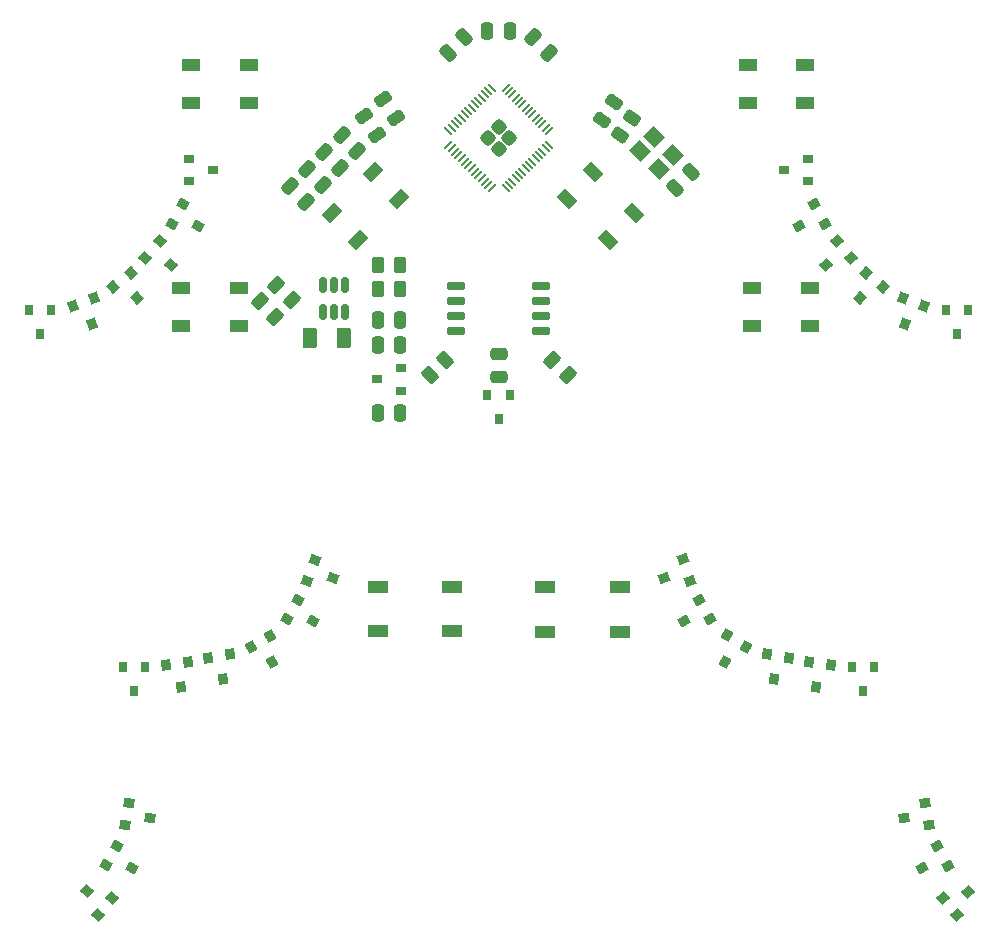
<source format=gbr>
%TF.GenerationSoftware,KiCad,Pcbnew,7.0.7*%
%TF.CreationDate,2023-09-26T20:46:34+02:00*%
%TF.ProjectId,32u4,33327534-2e6b-4696-9361-645f70636258,rev?*%
%TF.SameCoordinates,Original*%
%TF.FileFunction,Paste,Top*%
%TF.FilePolarity,Positive*%
%FSLAX46Y46*%
G04 Gerber Fmt 4.6, Leading zero omitted, Abs format (unit mm)*
G04 Created by KiCad (PCBNEW 7.0.7) date 2023-09-26 20:46:34*
%MOMM*%
%LPD*%
G01*
G04 APERTURE LIST*
G04 Aperture macros list*
%AMRoundRect*
0 Rectangle with rounded corners*
0 $1 Rounding radius*
0 $2 $3 $4 $5 $6 $7 $8 $9 X,Y pos of 4 corners*
0 Add a 4 corners polygon primitive as box body*
4,1,4,$2,$3,$4,$5,$6,$7,$8,$9,$2,$3,0*
0 Add four circle primitives for the rounded corners*
1,1,$1+$1,$2,$3*
1,1,$1+$1,$4,$5*
1,1,$1+$1,$6,$7*
1,1,$1+$1,$8,$9*
0 Add four rect primitives between the rounded corners*
20,1,$1+$1,$2,$3,$4,$5,0*
20,1,$1+$1,$4,$5,$6,$7,0*
20,1,$1+$1,$6,$7,$8,$9,0*
20,1,$1+$1,$8,$9,$2,$3,0*%
%AMRotRect*
0 Rectangle, with rotation*
0 The origin of the aperture is its center*
0 $1 length*
0 $2 width*
0 $3 Rotation angle, in degrees counterclockwise*
0 Add horizontal line*
21,1,$1,$2,0,0,$3*%
G04 Aperture macros list end*
%ADD10RotRect,0.900000X0.800000X250.000000*%
%ADD11RoundRect,0.250000X0.250000X0.475000X-0.250000X0.475000X-0.250000X-0.475000X0.250000X-0.475000X0*%
%ADD12RoundRect,0.250000X-0.512652X-0.159099X-0.159099X-0.512652X0.512652X0.159099X0.159099X0.512652X0*%
%ADD13R,0.900000X0.800000*%
%ADD14R,1.500000X1.000000*%
%ADD15RoundRect,0.250000X0.413257X0.000000X0.000000X0.413257X-0.413257X0.000000X0.000000X-0.413257X0*%
%ADD16RoundRect,0.050000X0.309359X-0.238649X-0.238649X0.309359X-0.309359X0.238649X0.238649X-0.309359X0*%
%ADD17RoundRect,0.050000X0.309359X0.238649X0.238649X0.309359X-0.309359X-0.238649X-0.238649X-0.309359X0*%
%ADD18R,0.800000X0.900000*%
%ADD19RoundRect,0.250000X-0.159099X0.512652X-0.512652X0.159099X0.159099X-0.512652X0.512652X-0.159099X0*%
%ADD20RoundRect,0.250000X-0.503814X-0.132583X-0.132583X-0.503814X0.503814X0.132583X0.132583X0.503814X0*%
%ADD21RotRect,0.900000X0.800000X300.000000*%
%ADD22RoundRect,0.250000X-0.250000X-0.475000X0.250000X-0.475000X0.250000X0.475000X-0.250000X0.475000X0*%
%ADD23RoundRect,0.250000X0.512652X0.159099X0.159099X0.512652X-0.512652X-0.159099X-0.159099X-0.512652X0*%
%ADD24RotRect,0.900000X0.800000X310.000000*%
%ADD25RotRect,1.400000X1.200000X315.000000*%
%ADD26RotRect,0.900000X0.800000X230.000000*%
%ADD27RotRect,0.900000X0.800000X210.000000*%
%ADD28RotRect,0.900000X0.800000X40.000000*%
%ADD29RoundRect,0.250000X-0.262500X-0.450000X0.262500X-0.450000X0.262500X0.450000X-0.262500X0.450000X0*%
%ADD30R,1.700000X1.000000*%
%ADD31RotRect,0.900000X0.800000X350.000000*%
%ADD32RotRect,0.900000X0.800000X200.000000*%
%ADD33RotRect,0.900000X0.800000X330.000000*%
%ADD34RoundRect,0.150000X0.650000X0.150000X-0.650000X0.150000X-0.650000X-0.150000X0.650000X-0.150000X0*%
%ADD35RotRect,0.900000X0.800000X140.000000*%
%ADD36RoundRect,0.150000X-0.150000X0.512500X-0.150000X-0.512500X0.150000X-0.512500X0.150000X0.512500X0*%
%ADD37RotRect,0.900000X0.800000X220.000000*%
%ADD38RotRect,0.900000X0.800000X240.000000*%
%ADD39RotRect,0.900000X0.800000X280.000000*%
%ADD40RoundRect,0.250000X-0.475000X0.250000X-0.475000X-0.250000X0.475000X-0.250000X0.475000X0.250000X0*%
%ADD41RotRect,0.900000X0.800000X290.000000*%
%ADD42RotRect,0.900000X0.800000X260.000000*%
%ADD43RoundRect,0.250000X0.132583X-0.503814X0.503814X-0.132583X-0.132583X0.503814X-0.503814X0.132583X0*%
%ADD44RotRect,1.500000X1.000000X135.000000*%
%ADD45RotRect,0.900000X0.800000X190.000000*%
%ADD46RotRect,0.900000X0.800000X320.000000*%
%ADD47RotRect,1.500000X1.000000X45.000000*%
%ADD48RoundRect,0.250000X-0.375000X-0.625000X0.375000X-0.625000X0.375000X0.625000X-0.375000X0.625000X0*%
%ADD49RotRect,0.900000X0.800000X340.000000*%
%ADD50RoundRect,0.250000X0.218055X-0.473137X0.519182X-0.043082X-0.218055X0.473137X-0.519182X0.043082X0*%
%ADD51RoundRect,0.250000X0.532491X0.067661X0.245703X0.477237X-0.532491X-0.067661X-0.245703X-0.477237X0*%
%ADD52RoundRect,0.250000X-0.245703X0.477237X-0.532491X0.067661X0.245703X-0.477237X0.532491X-0.067661X0*%
G04 APERTURE END LIST*
D10*
%TO.C,D1819*%
X205884728Y-55885227D03*
X204099312Y-55235388D03*
X204307980Y-57439693D03*
%TD*%
D11*
%TO.C,C4*%
X161550000Y-59190000D03*
X159650000Y-59190000D03*
%TD*%
D12*
%TO.C,C8*%
X172818249Y-33118249D03*
X174161751Y-34461751D03*
%TD*%
D13*
%TO.C,D407*%
X143670000Y-43430000D03*
X143670000Y-45330000D03*
X145670000Y-44380000D03*
%TD*%
D14*
%TO.C,DLED2*%
X190960000Y-35450000D03*
X190960000Y-38650000D03*
X195860000Y-38650000D03*
X195860000Y-35450000D03*
%TD*%
D15*
%TO.C,U3*%
X169890000Y-42550000D03*
X170791561Y-41648439D03*
X168988439Y-41648439D03*
X169890000Y-40746878D03*
D16*
X170482202Y-45917596D03*
X170765045Y-45634753D03*
X171047887Y-45351911D03*
X171330730Y-45069068D03*
X171613573Y-44786225D03*
X171896415Y-44503383D03*
X172179258Y-44220540D03*
X172462101Y-43937697D03*
X172744944Y-43654854D03*
X173027786Y-43372012D03*
X173310629Y-43089169D03*
X173593472Y-42806326D03*
X173876314Y-42523484D03*
X174159157Y-42240641D03*
D17*
X174159157Y-41056237D03*
X173876314Y-40773394D03*
X173593472Y-40490552D03*
X173310629Y-40207709D03*
X173027786Y-39924866D03*
X172744944Y-39642024D03*
X172462101Y-39359181D03*
X172179258Y-39076338D03*
X171896415Y-38793495D03*
X171613573Y-38510653D03*
X171330730Y-38227810D03*
X171047887Y-37944967D03*
X170765045Y-37662125D03*
X170482202Y-37379282D03*
D16*
X169297798Y-37379282D03*
X169014955Y-37662125D03*
X168732113Y-37944967D03*
X168449270Y-38227810D03*
X168166427Y-38510653D03*
X167883585Y-38793495D03*
X167600742Y-39076338D03*
X167317899Y-39359181D03*
X167035056Y-39642024D03*
X166752214Y-39924866D03*
X166469371Y-40207709D03*
X166186528Y-40490552D03*
X165903686Y-40773394D03*
X165620843Y-41056237D03*
D17*
X165620843Y-42240641D03*
X165903686Y-42523484D03*
X166186528Y-42806326D03*
X166469371Y-43089169D03*
X166752214Y-43372012D03*
X167035056Y-43654854D03*
X167317899Y-43937697D03*
X167600742Y-44220540D03*
X167883585Y-44503383D03*
X168166427Y-44786225D03*
X168449270Y-45069068D03*
X168732113Y-45351911D03*
X169014955Y-45634753D03*
X169297798Y-45917596D03*
%TD*%
D18*
%TO.C,D3435*%
X139960000Y-86470000D03*
X138060000Y-86470000D03*
X139010000Y-88470000D03*
%TD*%
%TO.C,D1617*%
X209640000Y-56210000D03*
X207740000Y-56210000D03*
X208690000Y-58210000D03*
%TD*%
D19*
%TO.C,C2*%
X186151751Y-44518249D03*
X184808249Y-45861751D03*
%TD*%
D20*
%TO.C,R7*%
X151074765Y-54104765D03*
X152365235Y-55395235D03*
%TD*%
D21*
%TO.C,D2021*%
X150552724Y-83778975D03*
X148907276Y-84728975D03*
X150730000Y-85986025D03*
%TD*%
D22*
%TO.C,C7*%
X168920000Y-32620000D03*
X170820000Y-32620000D03*
%TD*%
D23*
%TO.C,C9*%
X153571751Y-47081751D03*
X152228249Y-45738249D03*
%TD*%
D24*
%TO.C,D1011*%
X138724955Y-53073307D03*
X137269470Y-54294604D03*
X139282788Y-55216044D03*
%TD*%
D25*
%TO.C,Y0*%
X181867919Y-42762081D03*
X183423554Y-44317716D03*
X184625635Y-43115635D03*
X183070000Y-41560000D03*
%TD*%
D26*
%TO.C,D110111*%
X202460530Y-54304604D03*
X201005045Y-53083307D03*
X200447212Y-55226044D03*
%TD*%
D14*
%TO.C,DLED4*%
X147880000Y-57580000D03*
X147880000Y-54380000D03*
X142980000Y-54380000D03*
X142980000Y-57580000D03*
%TD*%
D27*
%TO.C,D809*%
X197511025Y-48902724D03*
X196561025Y-47257276D03*
X195303975Y-49080000D03*
%TD*%
D28*
%TO.C,D55*%
X207467911Y-106015575D03*
X208689208Y-107471060D03*
X209610648Y-105457742D03*
%TD*%
D29*
%TO.C,R3*%
X159697500Y-54440000D03*
X161522500Y-54440000D03*
%TD*%
D30*
%TO.C,SW-1*%
X180150000Y-83440000D03*
X173850000Y-83440000D03*
X180150000Y-79640000D03*
X173850000Y-79640000D03*
%TD*%
D13*
%TO.C,D506*%
X196050000Y-45330000D03*
X196050000Y-43430000D03*
X194050000Y-44380000D03*
%TD*%
D31*
%TO.C,D4041*%
X138580158Y-97950784D03*
X138250226Y-99821919D03*
X140384808Y-99233648D03*
%TD*%
D32*
%TO.C,D2627*%
X186104612Y-79120688D03*
X185454773Y-77335272D03*
X183900307Y-78912020D03*
%TD*%
D33*
%TO.C,D203*%
X143168975Y-47247276D03*
X142218975Y-48892724D03*
X144426025Y-49070000D03*
%TD*%
D34*
%TO.C,U2*%
X173480000Y-58015000D03*
X173480000Y-56745000D03*
X173480000Y-55475000D03*
X173480000Y-54205000D03*
X166280000Y-54205000D03*
X166280000Y-55475000D03*
X166280000Y-56745000D03*
X166280000Y-58015000D03*
%TD*%
D23*
%TO.C,C12*%
X157931751Y-42781751D03*
X156588249Y-41438249D03*
%TD*%
D20*
%TO.C,R6*%
X149674765Y-55494765D03*
X150965235Y-56785235D03*
%TD*%
D22*
%TO.C,C1*%
X159650000Y-64930000D03*
X161550000Y-64930000D03*
%TD*%
D35*
%TO.C,D4445*%
X135935396Y-107456574D03*
X137156693Y-106001089D03*
X135013956Y-105443256D03*
%TD*%
D11*
%TO.C,C17*%
X161550000Y-57100000D03*
X159650000Y-57100000D03*
%TD*%
D36*
%TO.C,U44*%
X156880000Y-54122500D03*
X155930000Y-54122500D03*
X154980000Y-54122500D03*
X154980000Y-56397500D03*
X155930000Y-56397500D03*
X156880000Y-56397500D03*
%TD*%
D14*
%TO.C,DLED3*%
X196220000Y-57580000D03*
X196220000Y-54380000D03*
X191320000Y-54380000D03*
X191320000Y-57580000D03*
%TD*%
D18*
%TO.C,D56*%
X170840000Y-63430000D03*
X168940000Y-63430000D03*
X169890000Y-65430000D03*
%TD*%
D37*
%TO.C,D10011*%
X199741297Y-51825485D03*
X198520000Y-50370000D03*
X197598560Y-52383318D03*
%TD*%
D18*
%TO.C,D1415*%
X131980000Y-56210000D03*
X130080000Y-56210000D03*
X131030000Y-58210000D03*
%TD*%
D38*
%TO.C,D210211*%
X190850000Y-84720000D03*
X189204552Y-83770000D03*
X189027276Y-85977050D03*
%TD*%
D39*
%TO.C,D3233*%
X143601919Y-85980226D03*
X141730784Y-86310158D03*
X143013648Y-88114808D03*
%TD*%
D40*
%TO.C,C5*%
X169900000Y-59970000D03*
X169900000Y-61870000D03*
%TD*%
D41*
%TO.C,D1213*%
X135630688Y-55235388D03*
X133845272Y-55885227D03*
X135422020Y-57439693D03*
%TD*%
D42*
%TO.C,D3839*%
X198019216Y-86310158D03*
X196148081Y-85980226D03*
X196736352Y-88114808D03*
%TD*%
D14*
%TO.C,DLED1*%
X148760000Y-38650000D03*
X148760000Y-35450000D03*
X143860000Y-35450000D03*
X143860000Y-38650000D03*
%TD*%
D30*
%TO.C,SW-2*%
X165930000Y-83430000D03*
X159630000Y-83430000D03*
X165930000Y-79630000D03*
X159630000Y-79630000D03*
%TD*%
D43*
%TO.C,R8*%
X164034765Y-61725235D03*
X165325235Y-60434765D03*
%TD*%
D19*
%TO.C,C6*%
X166911751Y-33118249D03*
X165568249Y-34461751D03*
%TD*%
D33*
%TO.C,D4243*%
X137598975Y-101597276D03*
X136648975Y-103242724D03*
X138856025Y-103420000D03*
%TD*%
D23*
%TO.C,C11*%
X156481751Y-44211751D03*
X155138249Y-42868249D03*
%TD*%
D27*
%TO.C,D4647*%
X207951025Y-103252724D03*
X207001025Y-101607276D03*
X205743975Y-103430000D03*
%TD*%
D44*
%TO.C,DLED0*%
X179111041Y-50263782D03*
X181373782Y-48001041D03*
X177908959Y-44536218D03*
X175646218Y-46798959D03*
%TD*%
D29*
%TO.C,R4*%
X159697500Y-52440000D03*
X161522500Y-52440000D03*
%TD*%
D45*
%TO.C,D410411*%
X206349774Y-99801919D03*
X206019842Y-97930784D03*
X204215192Y-99213648D03*
%TD*%
D20*
%TO.C,R1*%
X174434765Y-60434765D03*
X175725235Y-61725235D03*
%TD*%
D27*
%TO.C,D2829*%
X187811025Y-82372724D03*
X186861025Y-80727276D03*
X185603975Y-82550000D03*
%TD*%
D46*
%TO.C,D1*%
X141194604Y-50359470D03*
X139973307Y-51814955D03*
X142116044Y-52372788D03*
%TD*%
D39*
%TO.C,D3031*%
X147141919Y-85360226D03*
X145270784Y-85690158D03*
X146553648Y-87494808D03*
%TD*%
D47*
%TO.C,DLED0.5*%
X155746218Y-48001041D03*
X158008959Y-50263782D03*
X161473782Y-46798959D03*
X159211041Y-44536218D03*
%TD*%
D42*
%TO.C,D310311*%
X194499216Y-85690158D03*
X192628081Y-85360226D03*
X193216352Y-87494808D03*
%TD*%
D48*
%TO.C,F0*%
X153950000Y-58570000D03*
X156750000Y-58570000D03*
%TD*%
D18*
%TO.C,D3637*%
X201700000Y-86470000D03*
X199800000Y-86470000D03*
X200750000Y-88470000D03*
%TD*%
D13*
%TO.C,U1*%
X161600000Y-63040000D03*
X161600000Y-61140000D03*
X159600000Y-62090000D03*
%TD*%
D33*
%TO.C,D2223*%
X152888975Y-80737276D03*
X151938975Y-82382724D03*
X154146025Y-82560000D03*
%TD*%
D49*
%TO.C,D2425*%
X154305227Y-77345272D03*
X153655388Y-79130688D03*
X155859693Y-78922020D03*
%TD*%
D50*
%TO.C,R5*%
X180160000Y-41420000D03*
X181206776Y-39925048D03*
%TD*%
D51*
%TO.C,C10*%
X161189796Y-39936388D03*
X160100000Y-38380000D03*
%TD*%
%TO.C,C14*%
X159574898Y-41388194D03*
X158485102Y-39831806D03*
%TD*%
D52*
%TO.C,C3*%
X179684898Y-38571806D03*
X178595102Y-40128194D03*
%TD*%
D23*
%TO.C,C13*%
X155021751Y-45641751D03*
X153678249Y-44298249D03*
%TD*%
M02*

</source>
